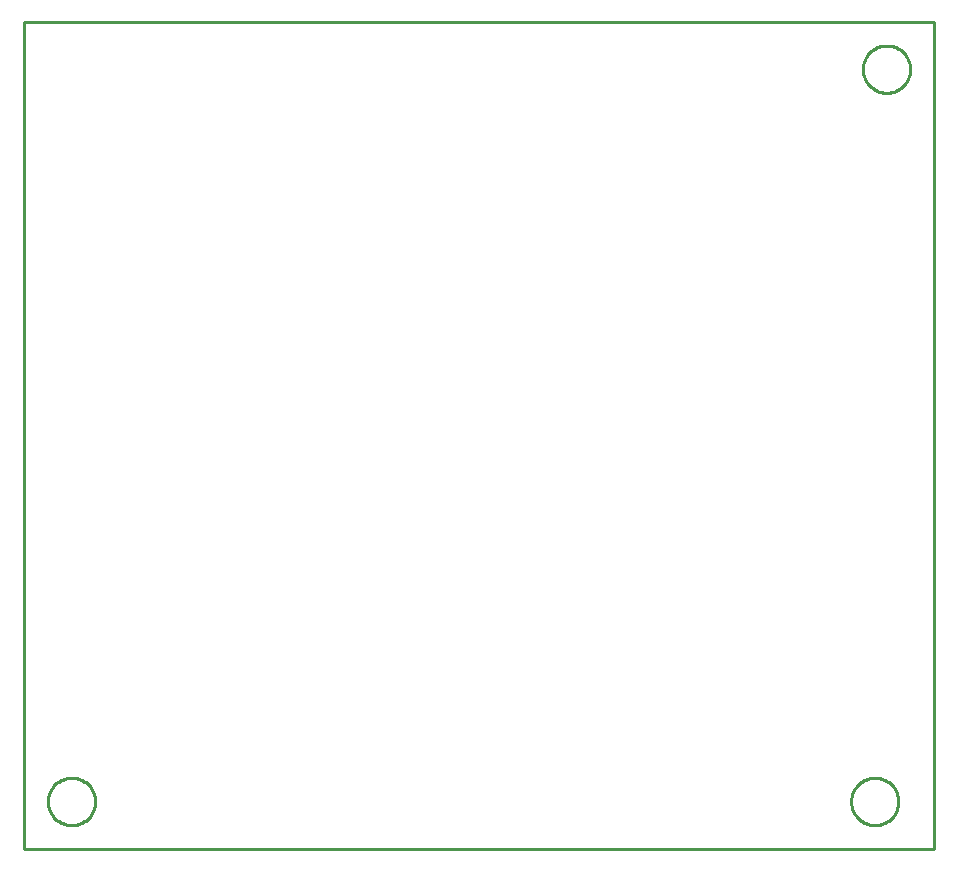
<source format=gbr>
G04 EAGLE Gerber RS-274X export*
G75*
%MOMM*%
%FSLAX34Y34*%
%LPD*%
%IN*%
%IPPOS*%
%AMOC8*
5,1,8,0,0,1.08239X$1,22.5*%
G01*
%ADD10C,0.254000*%


D10*
X-10000Y-100000D02*
X760000Y-100000D01*
X760000Y600000D01*
X-10000Y600000D01*
X-10000Y-100000D01*
X740000Y559396D02*
X739927Y558189D01*
X739781Y556989D01*
X739563Y555800D01*
X739274Y554627D01*
X738915Y553473D01*
X738486Y552343D01*
X737990Y551241D01*
X737428Y550170D01*
X736803Y549136D01*
X736116Y548141D01*
X735371Y547190D01*
X734569Y546285D01*
X733715Y545431D01*
X732810Y544629D01*
X731859Y543884D01*
X730864Y543197D01*
X729830Y542572D01*
X728759Y542010D01*
X727657Y541514D01*
X726527Y541085D01*
X725373Y540726D01*
X724200Y540437D01*
X723011Y540219D01*
X721811Y540073D01*
X720604Y540000D01*
X719396Y540000D01*
X718189Y540073D01*
X716989Y540219D01*
X715800Y540437D01*
X714627Y540726D01*
X713473Y541085D01*
X712343Y541514D01*
X711241Y542010D01*
X710170Y542572D01*
X709136Y543197D01*
X708141Y543884D01*
X707190Y544629D01*
X706285Y545431D01*
X705431Y546285D01*
X704629Y547190D01*
X703884Y548141D01*
X703197Y549136D01*
X702572Y550170D01*
X702010Y551241D01*
X701514Y552343D01*
X701085Y553473D01*
X700726Y554627D01*
X700437Y555800D01*
X700219Y556989D01*
X700073Y558189D01*
X700000Y559396D01*
X700000Y560604D01*
X700073Y561811D01*
X700219Y563011D01*
X700437Y564200D01*
X700726Y565373D01*
X701085Y566527D01*
X701514Y567657D01*
X702010Y568759D01*
X702572Y569830D01*
X703197Y570864D01*
X703884Y571859D01*
X704629Y572810D01*
X705431Y573715D01*
X706285Y574569D01*
X707190Y575371D01*
X708141Y576116D01*
X709136Y576803D01*
X710170Y577428D01*
X711241Y577990D01*
X712343Y578486D01*
X713473Y578915D01*
X714627Y579274D01*
X715800Y579563D01*
X716989Y579781D01*
X718189Y579927D01*
X719396Y580000D01*
X720604Y580000D01*
X721811Y579927D01*
X723011Y579781D01*
X724200Y579563D01*
X725373Y579274D01*
X726527Y578915D01*
X727657Y578486D01*
X728759Y577990D01*
X729830Y577428D01*
X730864Y576803D01*
X731859Y576116D01*
X732810Y575371D01*
X733715Y574569D01*
X734569Y573715D01*
X735371Y572810D01*
X736116Y571859D01*
X736803Y570864D01*
X737428Y569830D01*
X737990Y568759D01*
X738486Y567657D01*
X738915Y566527D01*
X739274Y565373D01*
X739563Y564200D01*
X739781Y563011D01*
X739927Y561811D01*
X740000Y560604D01*
X740000Y559396D01*
X50000Y-60604D02*
X49927Y-61811D01*
X49781Y-63011D01*
X49563Y-64200D01*
X49274Y-65373D01*
X48915Y-66527D01*
X48486Y-67657D01*
X47990Y-68759D01*
X47428Y-69830D01*
X46803Y-70864D01*
X46116Y-71859D01*
X45371Y-72810D01*
X44569Y-73715D01*
X43715Y-74569D01*
X42810Y-75371D01*
X41859Y-76116D01*
X40864Y-76803D01*
X39830Y-77428D01*
X38759Y-77990D01*
X37657Y-78486D01*
X36527Y-78915D01*
X35373Y-79274D01*
X34200Y-79563D01*
X33011Y-79781D01*
X31811Y-79927D01*
X30604Y-80000D01*
X29396Y-80000D01*
X28189Y-79927D01*
X26989Y-79781D01*
X25800Y-79563D01*
X24627Y-79274D01*
X23473Y-78915D01*
X22343Y-78486D01*
X21241Y-77990D01*
X20170Y-77428D01*
X19136Y-76803D01*
X18141Y-76116D01*
X17190Y-75371D01*
X16285Y-74569D01*
X15431Y-73715D01*
X14629Y-72810D01*
X13884Y-71859D01*
X13197Y-70864D01*
X12572Y-69830D01*
X12010Y-68759D01*
X11514Y-67657D01*
X11085Y-66527D01*
X10726Y-65373D01*
X10437Y-64200D01*
X10219Y-63011D01*
X10073Y-61811D01*
X10000Y-60604D01*
X10000Y-59396D01*
X10073Y-58189D01*
X10219Y-56989D01*
X10437Y-55800D01*
X10726Y-54627D01*
X11085Y-53473D01*
X11514Y-52343D01*
X12010Y-51241D01*
X12572Y-50170D01*
X13197Y-49136D01*
X13884Y-48141D01*
X14629Y-47190D01*
X15431Y-46285D01*
X16285Y-45431D01*
X17190Y-44629D01*
X18141Y-43884D01*
X19136Y-43197D01*
X20170Y-42572D01*
X21241Y-42010D01*
X22343Y-41514D01*
X23473Y-41085D01*
X24627Y-40726D01*
X25800Y-40437D01*
X26989Y-40219D01*
X28189Y-40073D01*
X29396Y-40000D01*
X30604Y-40000D01*
X31811Y-40073D01*
X33011Y-40219D01*
X34200Y-40437D01*
X35373Y-40726D01*
X36527Y-41085D01*
X37657Y-41514D01*
X38759Y-42010D01*
X39830Y-42572D01*
X40864Y-43197D01*
X41859Y-43884D01*
X42810Y-44629D01*
X43715Y-45431D01*
X44569Y-46285D01*
X45371Y-47190D01*
X46116Y-48141D01*
X46803Y-49136D01*
X47428Y-50170D01*
X47990Y-51241D01*
X48486Y-52343D01*
X48915Y-53473D01*
X49274Y-54627D01*
X49563Y-55800D01*
X49781Y-56989D01*
X49927Y-58189D01*
X50000Y-59396D01*
X50000Y-60604D01*
X730000Y-60604D02*
X729927Y-61811D01*
X729781Y-63011D01*
X729563Y-64200D01*
X729274Y-65373D01*
X728915Y-66527D01*
X728486Y-67657D01*
X727990Y-68759D01*
X727428Y-69830D01*
X726803Y-70864D01*
X726116Y-71859D01*
X725371Y-72810D01*
X724569Y-73715D01*
X723715Y-74569D01*
X722810Y-75371D01*
X721859Y-76116D01*
X720864Y-76803D01*
X719830Y-77428D01*
X718759Y-77990D01*
X717657Y-78486D01*
X716527Y-78915D01*
X715373Y-79274D01*
X714200Y-79563D01*
X713011Y-79781D01*
X711811Y-79927D01*
X710604Y-80000D01*
X709396Y-80000D01*
X708189Y-79927D01*
X706989Y-79781D01*
X705800Y-79563D01*
X704627Y-79274D01*
X703473Y-78915D01*
X702343Y-78486D01*
X701241Y-77990D01*
X700170Y-77428D01*
X699136Y-76803D01*
X698141Y-76116D01*
X697190Y-75371D01*
X696285Y-74569D01*
X695431Y-73715D01*
X694629Y-72810D01*
X693884Y-71859D01*
X693197Y-70864D01*
X692572Y-69830D01*
X692010Y-68759D01*
X691514Y-67657D01*
X691085Y-66527D01*
X690726Y-65373D01*
X690437Y-64200D01*
X690219Y-63011D01*
X690073Y-61811D01*
X690000Y-60604D01*
X690000Y-59396D01*
X690073Y-58189D01*
X690219Y-56989D01*
X690437Y-55800D01*
X690726Y-54627D01*
X691085Y-53473D01*
X691514Y-52343D01*
X692010Y-51241D01*
X692572Y-50170D01*
X693197Y-49136D01*
X693884Y-48141D01*
X694629Y-47190D01*
X695431Y-46285D01*
X696285Y-45431D01*
X697190Y-44629D01*
X698141Y-43884D01*
X699136Y-43197D01*
X700170Y-42572D01*
X701241Y-42010D01*
X702343Y-41514D01*
X703473Y-41085D01*
X704627Y-40726D01*
X705800Y-40437D01*
X706989Y-40219D01*
X708189Y-40073D01*
X709396Y-40000D01*
X710604Y-40000D01*
X711811Y-40073D01*
X713011Y-40219D01*
X714200Y-40437D01*
X715373Y-40726D01*
X716527Y-41085D01*
X717657Y-41514D01*
X718759Y-42010D01*
X719830Y-42572D01*
X720864Y-43197D01*
X721859Y-43884D01*
X722810Y-44629D01*
X723715Y-45431D01*
X724569Y-46285D01*
X725371Y-47190D01*
X726116Y-48141D01*
X726803Y-49136D01*
X727428Y-50170D01*
X727990Y-51241D01*
X728486Y-52343D01*
X728915Y-53473D01*
X729274Y-54627D01*
X729563Y-55800D01*
X729781Y-56989D01*
X729927Y-58189D01*
X730000Y-59396D01*
X730000Y-60604D01*
M02*

</source>
